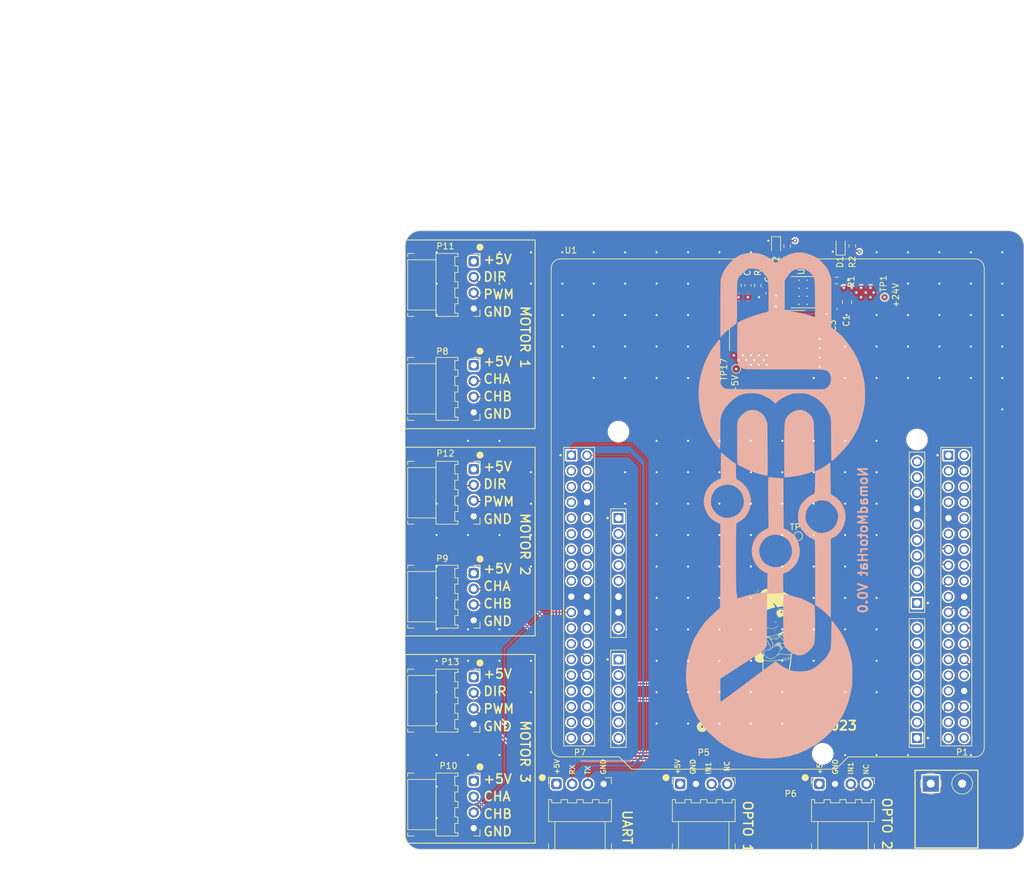
<source format=kicad_pcb>
(kicad_pcb (version 20221018) (generator pcbnew)
  (layers (0 "F.Cu" signal "Front") (1 "In1.Cu" power "GND") (2 "In2.Cu" power "PWR") (31 "B.Cu" signal "Back") (34 "B.Paste" user) (35 "F.Paste" user) (36 "B.SilkS" user "B.Silkscreen") (37 "F.SilkS" user "F.Silkscreen") (38 "B.Mask" user) (39 "F.Mask" user) (44 "Edge.Cuts" user))
  (net 0 "")
  (net 1 "+24V")
  (net 2 "GND")
  (net 3 "Net-(U2-SS)")
  (net 4 "Net-(U2-BOOT)")
  (net 5 "Net-(D3-K)")
  (net 6 "+5V")
  (net 7 "Net-(U2-FB)")
  (net 8 "Net-(D1-A)")
  (net 9 "Net-(D2-A)")
  (net 10 "/OC_IN_1")
  (net 12 "/OC_IN_2")
  (net 14 "/USART3_RX")
  (net 15 "/USART3_TX")
  (net 16 "/ENC1_PHA")
  (net 17 "/ENC1_PHB")
  (net 18 "/ENC2_PHA")
  (net 19 "/ENC2_PHB")
  (net 20 "/ENC3_PHA")
  (net 21 "/ENC3_PHB")
  (net 22 "/PWM_DIR_1")
  (net 23 "/PWM_CH_1")
  (net 24 "/PWM_DIR_2")
  (net 25 "/PWM_CH_2")
  (net 26 "/PWM_DIR_3")
  (net 27 "/PWM_CH_3")
  (net 28 "Net-(U2-SYNC)")
  (footprint "LED_SMD:LED_0603_1608Metric" (layer "F.Cu") (at 135.89 39.4575 90)
    (fp_text reference "D1")
    (fp_text value "RED")
  )
  (footprint "TestPoint:TestPoint_Pad_D1.0mm" (layer "F.Cu") (at 143.002 47.752 180)
    (fp_text reference "TP1")
    (fp_text value "+24V")
  )
  (footprint "Resistor_SMD:R_0603_1608Metric" (layer "F.Cu") (at 135.216 45.04)
    (fp_text reference "R1")
    (fp_text value "45K3")
  )
  (footprint "CustomConnectors:X9254WR-04-N0SN" (layer "F.Cu") (at 113.762 126.428)
    (fp_text reference "P5")
    (fp_text value "X9254WR-04-N0SN")
  )
  (footprint "dora_logos:dora_20x13" (layer "F.Cu") (at 124.5 104)
    (fp_text reference "@Alejo2313, May 2023")
    (fp_text value "LOGO" hide)
  )
  (footprint "SwitchingRegulators:VREG_LM5017MR_NOPB" (layer "F.Cu") (at 129.816 46.94 180)
    (fp_text reference "U2")
    (fp_text value "LMR16030SDDAR")
  )
  (footprint "Resistor_SMD:R_0603_1608Metric" (layer "F.Cu") (at 119.316 45.84 90)
    (fp_text reference "R4")
    (fp_text value "68K")
  )
  (footprint "CustomConnectors:X9254WR-04-N0SN" (layer "F.Cu") (at 76.572 45.762 -90)
    (fp_text reference "P11")
    (fp_text value "X9254WR-04-N0SN")
  )
  (footprint "PluggableTerminalBLock:MX2EDGR-5.08-GN01-02P-Cu-A" (layer "F.Cu") (at 153 126.3795)
    (fp_text reference "P1")
    (fp_text value "TB_1x2_5.08mm_RA")
  )
  (footprint "Capacitor_SMD:C_0603_1608Metric" (layer "F.Cu") (at 120.916 45.84 90)
    (fp_text reference "C4")
    (fp_text value "390pF")
  )
  (footprint "CustomConnectors:X9254WR-04-N0SN" (layer "F.Cu") (at 76.572 96.162 -90)
    (fp_text reference "P9")
    (fp_text value "X9254WR-04-N0SN")
  )
  (footprint "CustomConnectors:X9254WR-04-N0SN" (layer "F.Cu") (at 76.572 62.562 -90)
    (fp_text reference "P8")
    (fp_text value "X9254WR-04-N0SN")
  )
  (footprint "Capacitor_SMD:C_2220_5650Metric" (layer "F.Cu") (at 128.316 56.64)
    (fp_text reference "C5")
    (fp_text value "68uF")
  )
  (footprint "CustomConnectors:X9254WR-04-N0SN" (layer "F.Cu") (at 76.572 129.762 -90)
    (fp_text reference "P10")
    (fp_text value "X9254WR-04-N0SN")
  )
  (footprint "CustomConnectors:X9254WR-04-N0SN" (layer "F.Cu") (at 93.762 126.428)
    (fp_text reference "P7")
    (fp_text value "X9254WR-04-N0SN")
  )
  (footprint "Capacitor_SMD:C_0603_1608Metric" (layer "F.Cu") (at 124.316 47.115 -90)
    (fp_text reference "C2")
    (fp_text value "15nF")
  )
  (footprint "TestPoint:TestPoint_Pad_D1.0mm" (layer "F.Cu") (at 119.016 59.34 -90)
    (fp_text reference "TP17")
    (fp_text value "+5V")
  )
  (footprint "Resistor_SMD:R_0603_1608Metric" (layer "F.Cu") (at 122.516 45.84 -90)
    (fp_text reference "R5")
    (fp_text value "12K")
  )
  (footprint "CustomConnectors:X9254WR-04-N0SN" (layer "F.Cu") (at 76.572 112.962 -90)
    (fp_text reference "P13")
    (fp_text value "X9254WR-04-N0SN")
  )
  (footprint "Resistor_SMD:R_0603_1608Metric" (layer "F.Cu") (at 137.79 39.4575 90)
    (fp_text reference "R2")
    (fp_text value "4K7")
  )
  (footprint "Capacitor_SMD:C_0603_1608Metric" (layer "F.Cu") (at 134.816 49.64 -90)
    (fp_text reference "C3")
    (fp_text value "100nF")
  )
  (footprint "Resistor_SMD:R_0603_1608Metric" (layer "F.Cu") (at 127.254 39.4575 -90)
    (fp_text reference "R3")
    (fp_text value "1K")
  )
  (footprint "CustomConnectors:X9254WR-04-N0SN" (layer "F.Cu") (at 76.572 79.362 -90)
    (fp_text reference "P12")
    (fp_text value "X9254WR-04-N0SN")
  )
  (footprint "CustomConnectors:X9254WR-04-N0SN" (layer "F.Cu") (at 136.262 126.428)
    (fp_text reference "P6")
    (fp_text value "X9254WR-04-N0SN")
  )
  (footprint "modules:MODULE_NUCLEO-F446RE" (layer "F.Cu") (at 124.106 82.802)
    (fp_text reference "U1")
    (fp_text value "NUCLEO-F446RE")
  )
  (footprint "Capacitor_SMD:C_0805_2012Metric" (layer "F.Cu") (at 136.916 48.54 -90)
    (fp_text reference "C1")
    (fp_text value "4.7uF")
  )
  (footprint "Inductor_SMD:L_Taiyo-Yuden_NR-60xx" (layer "F.Cu") (at 121.016 53.24 -90)
    (fp_text reference "L1")
    (fp_text value "6.8uH")
  )
  (footprint "LED_SMD:LED_0603_1608Metric" (layer "F.Cu") (at 125.454 39.4575 -90)
    (fp_text reference "D2")
    (fp_text value "GREEN")
  )
  (footprint "Diode_SMD:D_SMA" (layer "F.Cu") (at 128.116 51.54)
    (fp_text reference "D3")
    (fp_text value "B340A-13-F")
  )
  (footprint "TestPoint:TestPoint_Pad_D1.0mm" (layer "F.Cu") (at 129.032 86.36)
    (fp_text reference "TP4")
    (fp_text value "+5V_TP")
  )
  (footprint "logos:robolabo_87x33" (layer "B.Cu") (at 125.5 80 90)
    (fp_text reference "NomadMotorHat V0.0")
    (fp_text value "LOGO" hide)
  )
  (gr_rect (start 65.5 38.5) (end 86.5 69) (stroke (width 0.1524)) (fill none) (layer "F.SilkS"))
  (gr_rect (start 65.5 72) (end 86.5 102.5) (stroke (width 0.1524)) (fill none) (layer "F.SilkS"))
  (gr_rect (start 65.5 105.5) (end 86.5 136) (stroke (width 0.1524)) (fill none) (layer "F.SilkS"))
  (gr_line (start 67.848903 136.997928) (end 67.548913 136.961503) (stroke (width 0.1)) (layer "Edge.Cuts"))
  (gr_line (start 68 37) (end 163 37) (stroke (width 0.1)) (layer "Edge.Cuts"))
  (gr_line (start 66.230537 37.730537) (end 66.456723 37.530153) (stroke (width 0.1)) (layer "Edge.Cuts"))
  (gr_line (start 66.456723 37.530153) (end 66.705414 37.358494) (stroke (width 0.1)) (layer "Edge.Cuts"))
  (gr_line (start 65.610817 135.2445) (end 65.538497 134.951087) (stroke (width 0.1)) (layer "Edge.Cuts"))
  (gr_line (start 66.456665 136.469922) (end 66.23047 136.26953) (stroke (width 0.1)) (layer "Edge.Cuts"))
  (gr_line (start 66.030078 136.043335) (end 65.858413 135.794635) (stroke (width 0.1)) (layer "Edge.Cuts"))
  (gr_line (start 66.972983 37.218063) (end 67.255529 37.110907) (stroke (width 0.1)) (layer "Edge.Cuts"))
  (gr_line (start 66.030153 37.956723) (end 66.230537 37.730537) (stroke (width 0.1)) (layer "Edge.Cuts"))
  (gr_line (start 65.717976 135.527056) (end 65.610817 135.2445) (stroke (width 0.1)) (layer "Edge.Cuts"))
  (gr_line (start 65.718063 38.472983) (end 65.858494 38.205414) (stroke (width 0.1)) (layer "Edge.Cuts"))
  (gr_line (start 67.255529 37.110907) (end 67.54893 37.038591) (stroke (width 0.1)) (layer "Edge.Cuts"))
  (gr_line (start 65.502072 134.651097) (end 65.5 134.5) (stroke (width 0.1)) (layer "Edge.Cuts"))
  (gr_line (start 165.5 134.5) (end 165.5 39.5) (stroke (width 0.1)) (layer "Edge.Cuts"))
  (gr_line (start 65.538497 134.951087) (end 65.502072 134.651097) (stroke (width 0.1)) (layer "Edge.Cuts"))
  (gr_line (start 68 137) (end 163 137) (stroke (width 0.1)) (layer "Edge.Cuts"))
  (gr_line (start 65.538591 39.04893) (end 65.610907 38.755529) (stroke (width 0.1)) (layer "Edge.Cuts"))
  (gr_line (start 67.848909 37.002166) (end 68 37) (stroke (width 0.1)) (layer "Edge.Cuts"))
  (gr_arc (start 165.5 134.5) (mid 164.767767 136.267767) (end 163 137) (stroke (width 0.1)) (layer "Edge.Cuts"))
  (gr_line (start 66.972944 136.782024) (end 66.705365 136.641587) (stroke (width 0.1)) (layer "Edge.Cuts"))
  (gr_line (start 67.548913 136.961503) (end 67.2555 136.889183) (stroke (width 0.1)) (layer "Edge.Cuts"))
  (gr_line (start 66.705365 136.641587) (end 66.456665 136.469922) (stroke (width 0.1)) (layer "Edge.Cuts"))
  (gr_line (start 65.858413 135.794635) (end 65.717976 135.527056) (stroke (width 0.1)) (layer "Edge.Cuts"))
  (gr_line (start 65.610907 38.755529) (end 65.718063 38.472983) (stroke (width 0.1)) (layer "Edge.Cuts"))
  (gr_line (start 65.502166 39.348909) (end 65.538591 39.04893) (stroke (width 0.1)) (layer "Edge.Cuts"))
  (gr_line (start 65.858494 38.205414) (end 66.030153 37.956723) (stroke (width 0.1)) (layer "Edge.Cuts"))
  (gr_line (start 67.54893 37.038591) (end 67.848909 37.002166) (stroke (width 0.1)) (layer "Edge.Cuts"))
  (gr_arc (start 163 37) (mid 164.767767 37.732233) (end 165.5 39.5) (stroke (width 0.1)) (layer "Edge.Cuts"))
  (gr_line (start 65.5 134.5) (end 65.5 39.5) (stroke (width 0.1)) (layer "Edge.Cuts"))
  (gr_line (start 66.705414 37.358494) (end 66.972983 37.218063) (stroke (width 0.1)) (layer "Edge.Cuts"))
  (gr_line (start 65.5 39.5) (end 65.502166 39.348909) (stroke (width 0.1)) (layer "Edge.Cuts"))
  (gr_line (start 66.23047 136.26953) (end 66.030078 136.043335) (stroke (width 0.1)) (layer "Edge.Cuts"))
  (gr_line (start 68 137) (end 67.848903 136.997928) (stroke (width 0.1)) (layer "Edge.Cuts"))
  (gr_line (start 67.2555 136.889183) (end 66.972944 136.782024) (stroke (width 0.1)) (layer "Edge.Cuts"))
  (gr_text "NC" (at 140.5 125 90) (layer "F.SilkS") (effects (font (size 0.8128 0.8128) (thickness 0.1524) bold) (justify left bottom)))
  (gr_text "GND" (at 112.5 125 90) (layer "F.SilkS") (effects (font (size 0.8128 0.8128) (thickness 0.1524) bold) (justify left bottom)))
  (gr_text "+5V" (at 78 42.5) (layer "F.SilkS") (effects (font (size 1.5 1.5) (thickness 0.25) bold) (justify left bottom)))
  (gr_text "MOTOR 3" (at 84 116 270) (layer "F.SilkS") (effects (font (size 1.5 1.5) (thickness 0.25) bold) (justify left bottom)))
  (gr_text "RX" (at 93 125 90) (layer "F.SilkS") (effects (font (size 0.8128 0.8128) (thickness 0.1524) bold) (justify left bottom)))
  (gr_text "+5V" (at 110 125 90) (layer "F.SilkS") (effects (font (size 0.8128 0.8128) (thickness 0.1524) bold) (justify left bottom)))
  (gr_text "+5V" (at 78 92.5) (layer "F.SilkS") (effects (font (size 1.5 1.5) (thickness 0.25) bold) (justify left bottom)))
  (gr_text "GND" (at 78 51) (layer "F.SilkS") (effects (font (size 1.5 1.5) (thickness 0.25) bold) (justify left bottom)))
  (gr_text "CHA" (at 78 61.833333) (layer "F.SilkS") (effects (font (size 1.5 1.5) (thickness 0.25) bold) (justify left bottom)))
  (gr_text "+5V" (at 133 125 90) (layer "F.SilkS") (effects (font (size 0.8128 0.8128) (thickness 0.1524) bold) (justify left bottom)))
  (gr_text "IN1" (at 115 125 90) (layer "F.SilkS") (effects (font (size 0.8128 0.8128) (thickness 0.1524) bold) (justify left bottom)))
  (gr_text "PWM" (at 78 115.166666) (layer "F.SilkS") (effects (font (size 1.5 1.5) (thickness 0.25) bold) (justify left bottom)))
  (gr_text "CHB" (at 78 132.166666) (layer "F.SilkS") (effects (font (size 1.5 1.5) (thickness 0.25) bold) (justify left bottom)))
  (gr_text "+5V" (at 78 126.5) (layer "F.SilkS") (effects (font (size 1.5 1.5) (thickness 0.25) bold) (justify left bottom)))
  (gr_text "MOTOR 1" (at 84 49 -90) (layer "F.SilkS") (effects (font (size 1.5 1.5) (thickness 0.25) bold) (justify left bottom)))
  (gr_text "OPTO 1" (at 120 129 270) (layer "F.SilkS") (effects (font (size 1.5 1.5) (thickness 0.25) bold) (justify left bottom)))
  (gr_text "GND" (at 78 135) (layer "F.SilkS") (effects (font (size 1.5 1.5) (thickness 0.25) bold) (justify left bottom)))
  (gr_text "TX" (at 95.5 125 90) (layer "F.SilkS") (effects (font (size 0.8128 0.8128) (thickness 0.1524) bold) (justify left bottom)))
  (gr_text "GND" (at 78 101) (layer "F.SilkS") (effects (font (size 1.5 1.5) (thickness 0.25) bold) (justify left bottom)))
  (gr_text "OPTO 2" (at 142.5 128.5 270) (layer "F.SilkS") (effects (font (size 1.5 1.5) (thickness 0.25) bold) (justify left bottom)))
  (gr_text "CHB" (at 78 98.166666) (layer "F.SilkS") (effects (font (size 1.5 1.5) (thickness 0.25) bold) (justify left bottom)))
  (gr_text "CHA" (at 78 129.333333) (layer "F.SilkS") (effects (font (size 1.5 1.5) (thickness 0.25) bold) (justify left bottom)))
  (gr_text "+5V" (at 78 109.5) (layer "F.SilkS") (effects (font (size 1.5 1.5) (thickness 0.25) bold) (justify left bottom)))
  (gr_text "GND" (at 78 118) (layer "F.SilkS") (effects (font (size 1.5 1.5) (thickness 0.25) bold) (justify left bottom)))
  (gr_text "DIR" (at 78 45.333333) (layer "F.SilkS") (effects (font (size 1.5 1.5) (thickness 0.25) bold) (justify left bottom)))
  (gr_text "GND" (at 78 84.5) (layer "F.SilkS") (effects (font (size 1.5 1.5) (thickness 0.25) bold) (justify left bottom)))
  (gr_text "PWM" (at 78 81.666666) (layer "F.SilkS") (effects (font (size 1.5 1.5) (thickness 0.25) bold) (justify left bottom)))
  (gr_text "GND" (at 98 125 90) (layer "F.SilkS") (effects (font (size 0.8128 0.8128) (thickness 0.1524) bold) (justify left bottom)))
  (gr_text "+5V" (at 90.5 125 90) (layer "F.SilkS") (effects (font (size 0.8128 0.8128) (thickness 0.1524) bold) (justify left bottom)))
  (gr_text "CHA" (at 78 95.333333) (layer "F.SilkS") (effects (font (size 1.5 1.5) (thickness 0.25) bold) (justify left bottom)))
  (gr_text "GND" (at 135.5 125 90) (layer "F.SilkS") (effects (font (size 0.8128 0.8128) (thickness 0.1524) bold) (justify left bottom)))
  (gr_text "GND" (at 78 67.5) (layer "F.SilkS") (effects (font (size 1.5 1.5) (thickness 0.25) bold) (justify left bottom)))
  (gr_text "PWM" (at 78 48.166666) (layer "F.SilkS") (effects (font (size 1.5 1.5) (thickness 0.25) bold) (justify left bottom)))
  (gr_text "MOTOR 2" (at 84 82.5 270) (layer "F.SilkS") (effects (font (size 1.5 1.5) (thickness 0.25) bold) (justify left bottom)))
  (gr_text "UART" (at 100.5 130.5 270) (layer "F.SilkS") (effects (font (size 1.5 1.5) (thickness 0.25) bold) (justify left bottom)))
  (gr_text "DIR" (at 78 78.833333) (layer "F.SilkS") (effects (font (size 1.5 1.5) (thickness 0.25) bold) (justify left bottom)))
  (gr_text "CHB" (at 78 64.666666) (layer "F.SilkS") (effects (font (size 1.5 1.5) (thickness 0.25) bold) (justify left bottom)))
  (gr_text "IN1" (at 138 125 90) (layer "F.SilkS") (effects (font (size 0.8128 0.8128) (thickness 0.1524) bold) (justify left bottom)))
  (gr_text "NC" (at 118 124.5 90) (layer "F.SilkS") (effects (font (size 0.8128 0.8128) (thickness 0.1524) bold) (justify left bottom)))
  (gr_text "+5V" (at 78 59) (layer "F.SilkS") (effects (font (size 1.5 1.5) (thickness 0.25) bold) (justify left bottom)))
  (gr_text "DIR" (at 78 112.333333) (layer "F.SilkS") (effects (font (size 1.5 1.5) (thickness 0.25) bold) (justify left bottom)))
  (gr_text "+5V" (at 78 76) (layer "F.SilkS") (effects (font (size 1.5 1.5) (thickness 0.25) bold) (justify left bottom)))
  (segment (start 138.8345 40.2825) (end 138.938 40.386) (width 0.254) (layer "F.Cu") (net 1))
  (segment (start 137.79 40.2825) (end 138.8345 40.2825) (width 0.254) (layer "F.Cu") (net 1))
  (via (at 139.954 46.99) (size 0.6858) (drill 0.3302) (layers "F.Cu" "B.Cu") (net 1))
  (via (at 139.192 47.752) (size 0.6858) (drill 0.3302) (layers "F.Cu" "B.Cu") (net 1))
  (via (at 140.716 46.228) (size 0.6858) (drill 0.3302) (layers "F.Cu" "B.Cu") (net 1))
  (via (at 139.192 46.228) (size 0.6858) (drill 0.3302) (layers "F.Cu" "B.Cu") (net 1))
  (via (at 143.002 47.752) (size 0.6858) (drill 0.3302) (layers "F.Cu" "B.Cu") (net 1))
  (via (at 141.224 46.99) (size 0.6858) (drill 0.3302) (layers "F.Cu" "B.Cu") (net 1))
  (via (at 138.43 46.99) (size 0.6858) (drill 0.3302) (layers "F.Cu" "B.Cu") (net 1))
  (via (at 137.668 46.228) (size 0.6858) (drill 0.3302) (layers "F.Cu" "B.Cu") (net 1))
  (via (at 136.398 46.228) (size 0.6858) (drill 0.3302) (layers "F.Cu" "B.Cu") (net 1))
  (via (at 138.938 40.386) (size 0.6858) (drill 0.3302) (layers "F.Cu" "B.Cu") (net 1))
  (via (at 140.716 47.752) (size 0.6858) (drill 0.3302) (layers "F.Cu" "B.Cu") (net 1))
  (via (at 116.3 40.48) (size 0.6858) (drill 0.3302) (layers "F.Cu" "B.Cu") (net 2))
  (via (at 85.82 91.28) (size 0.6858) (drill 0.3302) (layers "F.Cu" "B.Cu") (net 2))
  (via (at 101.06 40.48) (size 0.6858) (drill 0.3302) (layers "F.Cu" "B.Cu") (net 2))
  (via (at 131.54 70.96) (size 0.6858) (drill 0.3302) (layers "F.Cu" "B.Cu") (net 2))
  (via (at 141.7 106.52) (size 0.6858) (drill 0.3302) (layers "F.Cu" "B.Cu") (net 2))
  (via (at 116.3 70.96) (size 0.6858) (drill 0.3302) (layers "F.Cu" "B.Cu") (net 2))
  (via (at 146.78 60.8) (size 0.6858) (drill 0.3302) (layers "F.Cu" "B.Cu") (net 2))
  (via (at 126.46 70.96) (size 0.6858) (drill 0.3302) (layers "F.Cu" "B.Cu") (net 2))
  (via (at 106.14 116.68) (size 0.6858) (drill 0.3302) (layers "F.Cu" "B.Cu") (net 2))
  (via (at 90.9 45.56) (size 0.6858) (drill 0.3302) (layers "F.Cu" "B.Cu") (net 2))
  (via (at 126.46 116.68) (size 0.6858) (drill 0.3302) (layers "F.Cu" "B.Cu") (net 2))
  (via (at 132.5 57.5) (size 0.6858) (drill 0.3302) (layers "F.Cu" "B.Cu") (net 2))
  (via (at 111.22 60.8) (size 0.6858) (drill 0.3302) (layers "F.Cu" "B.Cu") (net 2))
  (via (at 106.14 45.56) (size 0.6858) (drill 0.3302) (layers "F.Cu" "B.Cu") (net 2))
  (via (at 134.62 40.386) (size 0.6858) (drill 0.3302) (layers "F.Cu" "B.Cu") (net 2))
  (via (at 141.7 81.12) (size 0.6858) (drill 0.3302) (layers "F.Cu" "B.Cu") (net 2))
  (via (at 141.7 86.2) (size 0.6858) (drill 0.3302) (layers "F.Cu" "B.Cu") (net 2))
  (via (at 70.58 131.92) (size 0.6858) (drill 0.3302) (layers "F.Cu" "B.Cu") (net 2))
  (via (at 141.7 111.6) (size 0.6858) (drill 0.3302) (layers "F.Cu" "B.Cu") (net 2))
  (via (at 132.5 54.5) (size 0.6858) (drill 0.3302) (layers "F.Cu" "B.Cu") (net 2))
  (via (at 111.22 50.64) (size 0.6858) (drill 0.3302) (layers "F.Cu" "B.Cu") (net 2))
  (via (at 106.14 91.28) (size 0.6858) (drill 0.3302) (layers "F.Cu" "B.Cu") (net 2))
  (via (at 70.58 101.44) (size 0.6858) (drill 0.3302) (layers "F.Cu" "B.Cu") (net 2))
  (via (at 80.74 40.48) (size 0.6858) (drill 0.3302) (layers "F.Cu" "B.Cu") (net 2))
  (via (at 80.74 81.12) (size 0.6858) (drill 0.3302) (layers "F.Cu" "B.Cu") (net 2))
  (via (at 101.06 55.72) (size 0.6858) (drill 0.3302) (layers "F.Cu" "B.Cu") (net 2))
  (via (at 111.22 86.2) (size 0.6858) (drill 0.3302) (layers "F.Cu" "B.Cu") (net 2))
  (via (at 106.14 106.52) (size 0.6858) (drill 0.3302) (layers "F.Cu" "B.Cu") (net 2))
  (via (at 90.9 50.64) (size 0.6858) (drill 0.3302) (layers "F.Cu" "B.Cu") (net 2))
  (via (at 101.06 45.56) (size 0.6858) (drill 0.3302) (layers "F.Cu" "B.Cu") (net 2))
  (via (at 121.38 116.68) (size 0.6858) (drill 0.3302) (layers "F.Cu" "B.Cu") (net 2))
  (via (at 106.14 86.2) (size 0.6858) (drill 0.3302) (layers "F.Cu" "B.Cu") (net 2))
  (via (at 101.06 81.12) (size 0.6858) (drill 0.3302) (layers "F.Cu" "B.Cu") (net 2))
  (via (at 136.62 111.6) (size 0.6858) (drill 0.3302) (layers "F.Cu" "B.Cu") (net 2))
  (via (at 80.74 111.6) (size 0.6858) (drill 0.3302) (layers "F.Cu" "B.Cu") (net 2))
  (via (at 126.46 106.52) (size 0.6858) (drill 0.3302) (layers "F.Cu" "B.Cu") (net 2))
  (via (at 90.9 40.48) (size 0.6858) (drill 0.3302) (layers "F.Cu" "B.Cu") (net 2))
  (via (at 151.86 45.56) (size 0.6858) (drill 0.3302) (layers "F.Cu" "B.Cu") (net 2))
  (via (at 146.78 45.56) (size 0.6858) (drill 0.3302) (layers "F.Cu" "B.Cu") (net 2))
  (via (at 85.82 116.68) (size 0.6858) (drill 0.3302) (layers "F.Cu" "B.Cu") (net 2))
  (via (at 121.38 70.96) (size 0.6858) (drill 0.3302) (layers "F.Cu" "B.Cu") (net 2))
  (via (at 162.02 60.8) (size 0.6858) (drill 0.3302) (layers "F.Cu" "B.Cu") (net 2))
  (via (at 136.62 81.12) (size 0.6858) (drill 0.3302) (layers "F.Cu" "B.Cu") (net 2))
  (via (at 131.54 106.52) (size 0.6858) (drill 0.3302) (layers "F.Cu" "B.Cu") (net 2))
  (via (at 126.46 76.04) (size 0.6858) (drill 0.3302) (layers "F.Cu" "B.Cu") (net 2))
  (via (at 80.74 101.44) (size 0.6858) (drill 0.3302) (layers "F.Cu" "B.Cu") (net 2))
  (via (at 122.7 47.75) (size 0.6858) (drill 0.3302) (layers "F.Cu" "B.Cu") (net 2))
  (via (at 70.58 40.48) (size 0.6858) (drill 0.3302) (layers "F.Cu" "B.Cu") (net 2))
  (via (at 136.62 91.28) (size 0.6858) (drill 0.3302) (layers "F.Cu" "B.Cu") (net 2))
  (via (at 162.02 65.88) (size 0.6858) (drill 0.3302) (layers "F.Cu" "B.Cu") (net 2))
  (via (at 95.98 60.8) (size 0.6858) (drill 0.3302) (layers "F.Cu" "B.Cu") (net 2))
  (via (at 141.7 70.96) (size 0.6858) (drill 0.3302) (layers "F.Cu" "B.Cu") (net 2))
  (via (at 131.54 96.36) (size 0.6858) (drill 0.3302) (layers "F.Cu" "B.Cu") (net 2))
  (via (at 70.58 111.6) (size 0.6858) (drill 0.3302) (layers "F.Cu" "B.Cu") (net 2))
  (via (at 70.58 116.68) (size 0.6858) (drill 0.3302) (layers "F.Cu" "B.Cu") (net 2))
  (via (at 126.46 101.44) (size 0.6858) (drill 0.3302) (layers "F.Cu" "B.Cu") (net 2))
  (via (at 106.14 55.72) (size 0.6858) (drill 0.3302) (layers "F.Cu" "B.Cu") (net 2))
  (via (at 156.94 60.8) (size 0.6858) (drill 0.3302) (layers "F.Cu" "B.Cu") (net 2))
  (via (at 136.62 60.8) (size 0.6858) (drill 0.3302) (layers "F.Cu" "B.Cu") (net 2))
  (via (at 136.62 86.2) (size 0.6858) (drill 0.3302) (layers "F.Cu" "B.Cu") (net 2))
  (via (at 85.82 81.12) (size 0.6858) (drill 0.3302) (layers "F.Cu" "B.Cu") (net 2))
  (via (at 131.54 60.8) (size 0.6858) (drill 0.3302) (layers "F.Cu" "B.Cu") (net 2))
  (via (at 116.3 96.36) (size 0.6858) (drill 0.3302) (layers "F.Cu" "B.Cu") (net 2))
  (via (at 136.62 76.04) (size 0.6858) (drill 0.3302) (layers "F.Cu" "B.Cu") (net 2))
  (via (at 116.3 76.04) (size 0.6858) (drill 0.3302) (layers "F.Cu" "B.Cu") (net 2))
  (via (at 126.46 86.2) (size 0.6858) (drill 0.3302) (layers "F.Cu" "B.Cu") (net 2))
  (via (at 111.22 40.48) (size 0.6858) (drill 0.3302) (layers "F.Cu" "B.Cu") (net 2))
  (via (at 95.98 55.72) (size 0.6858) (drill 0.3302) (layers "F.Cu" "B.Cu") (net 2))
  (via (at 80.74 91.28) (size 0.6858) (drill 0.3302) (layers "F.Cu" "B.Cu") (net 2))
  (via (at 116.3 116.68) (size 0.6858) (drill 0.3302) (layers "F.Cu" "B.Cu") (net 2))
  (via (at 156.94 121.76) (size 0.6858) (drill 0.3302) (layers "F.Cu" "B.Cu") (net 2))
  (via (at 156.94 40.48) (size 0.6858) (drill 0.3302) (layers "F.Cu" "B.Cu") (net 2))
  (via (at 70.58 106.52) (size 0.6858) (drill 0.3302) (layers "F.Cu" "B.Cu") (net 2))
  (via (at 121.38 76.04) (size 0.6858) (drill 0.3302) (layers "F.Cu" "B.Cu") (net 2))
  (via (at 162.02 45.56) (size 0.6858) (drill 0.3302) (layers "F.Cu" "B.Cu") (net 2))
  (via (at 162.02 40.48) (size 0.6858) (drill 0.3302) (layers "F.Cu" "B.Cu") (net 2))
  (via (at 137.1 45) (size 0.6858) (drill 0.3302) (layers "F.Cu" "B.Cu") (net 2))
  (via (at 136.85 50.65) (size 0.6858) (drill 0.3302) (layers "F.Cu" "B.Cu") (net 2))
  (via (at 80.74 70.96) (size 0.6858) (drill 0.3302) (layers "F.Cu" "B.Cu") (net 2))
  (via (at 80.74 76.04) (size 0.6858) (drill 0.3302) (layers "F.Cu" "B.Cu") (net 2))
  (via (at 131.54 86.2) (size 0.6858) (drill 0.3302) (layers "F.Cu" "B.Cu") (net 2))
  (via (at 126.46 111.6) (size 0.6858) (drill 0.3302) (layers "F.Cu" "B.Cu") (net 2))
  (via (at 70.58 86.2) (size 0.6858) (drill 0.3302) (layers "F.Cu" "B.Cu") (net 2))
  (via (at 95.98 50.64) (size 0.6858) (drill 0.3302) (layers "F.Cu" "B.Cu") (net 2))
  (via (at 162.02 50.64) (size 0.6858) (drill 0.3302) (layers "F.Cu" "B.Cu") (net 2))
  (via (at 75.66 106.52) (size 0.6858) (drill 0.3302) (layers "F.Cu" "B.Cu") (net 2))
  (via (at 116.3 86.2) (size 0.6858) (drill 0.3302) (layers "F.Cu" "B.Cu") (net 2))
  (via (at 156.94 55.72) (size 0.6858) (drill 0.3302) (layers "F.Cu" "B.Cu") (net 2))
  (via (at 85.82 45.56) (size 0.6858) (drill 0.3302) (layers "F.Cu" "B.Cu") (net 2))
  (via (at 80.74 121.76) (size 0.6858) (drill 0.3302) (layers "F.Cu" "B.Cu") (net 2))
  (via (at 146.78 50.64) (size 0.6858) (drill 0.3302) (layers "F.Cu" "B.Cu") (net 2))
  (via (at 121.38 91.28) (size 0.6858) (drill 0.3302) (layers "F.Cu" "B.Cu") (net 2))
  (via (at 106.14 60.8) (size 0.6858) (drill 0.3302) (layers "F.Cu" "B.Cu") (net 2))
  (via (at 106.14 76.04) (size 0.6858) (drill 0.3302) (layers "F.Cu" "B.Cu") (net 2))
  (via (at 141.7 40.48) (size 0.6858) (drill 0.3302) (layers "F.Cu" "B.Cu") (net 2))
  (via (at 136.62 121.76) (size 0.6858) (drill 0.3302) (layers "F.Cu" "B.Cu") (net 2))
  (via (at 111.22 55.72) (size 0.6858) (drill 0.3302) (layers "F.Cu" "B.Cu") (net 2))
  (via (at 141.7 76.04) (size 0.6858) (drill 0.3302) (layers "F.Cu" "B.Cu") (net 2))
  (via (at 80.74 86.2) (size 0.6858) (drill 0.3302) (layers "F.Cu" "B.Cu") (net 2))
  (via (at 111.22 91.28) (size 0.6858) (drill 0.3302) (layers "F.Cu" "B.Cu") (net 2))
  (via (at 106.14 96.36) (size 0.6858) (drill 0.3302) (layers "F.Cu" "B.Cu") (net 2))
  (via (at 121.38 96.36) (size 0.6858) (drill 0.3302) (layers "F.Cu" "B.Cu") (net 2))
  (via (at 136.62 101.44) (size 0.6858) (drill 0.3302) (layers "F.Cu" "B.Cu") (net 2))
  (via (at 162.02 55.72) (size 0.6858) (drill 0.3302) (layers "F.Cu" "B.Cu") (net 2))
  (via (at 116.3 101.44) (size 0.6858) (drill 0.3302) (layers "F.Cu" "B.Cu") (net 2))
  (via (at 106.14 101.44) (size 0.6858) (drill 0.3302) (layers "F.Cu" "B.Cu") (net 2))
  (via (at 85.82 111.6) (size 0.6858) (drill 0.3302) (layers "F.Cu" "B.Cu") (net 2))
  (via (at 111.22 76.04) (size 0.6858) (drill 0.3302) (layers "F.Cu" "B.Cu") (net 2))
  (via (at 151.86 40.48) (size 0.6858) (drill 0.3302) (layers "F.Cu" "B.Cu") (net 2))
  (via (at 70.58 91.28) (size 0.6858) (drill 0.3302) (layers "F.Cu" "B.Cu") (net 2))
  (via (at 151.86 60.8) (size 0.6858) (drill 0.3302) (layers "F.Cu" "B.Cu") (net 2))
  (via (at 141.7 121.76) (size 0.6858) (drill 0.3302) (layers "F.Cu" "B.Cu") (net 2))
  (via (at 85.82 76.04) (size 0.6858) (drill 0.3302) (layers "F.Cu" "B.Cu") (net 2))
  (via (at 126.46 96.36) (size 0.6858) (drill 0.3302) (layers "F.Cu" "B.Cu") (net 2))
  (via (at 141.7 50.64) (size 0.6858) (drill 0.3302) (layers "F.Cu" "B.Cu") (net 2))
  (via (at 136.62 70.96) (size 0.6858) (drill 0.3302) (layers "F.Cu" "B.Cu") (net 2))
  (via (at 116.3 91.28) (size 0.6858) (drill 0.3302) (layers "F.Cu" "B.Cu") (net 2))
  (via (at 151.86 55.72) (size 0.6858) (drill 0.3302) (layers "F.Cu" "B.Cu") (net 2))
  (via (at 101.06 76.04) (size 0.6858) (drill 0.3302) (layers "F.Cu" "B.Cu") (net 2))
  (via (at 111.22 106.52) (size 0.6858) (drill 0.3302) (layers "F.Cu" "B.Cu") (net 2))
  (via (at 146.78 40.48) (size 0.6858) (drill 0.3302) (layers "F.Cu" "B.Cu") (net 2))
  (via (at 80.74 45.56) (size 0.6858) (drill 0.3302) (layers "F.Cu" "B.Cu") (net 2))
  (via (at 111.22 101.44) (size 0.6858) (drill 0.3302) (layers "F.Cu" "B.Cu") (net 2))
  (via (at 131.54 91.28) (size 0.6858) (drill 0.3302) (layers "F.Cu" "B.Cu") (net 2))
  (via (at 136.62 96.36) (size 0.6858) (drill 0.3302) (layers "F.Cu" "B.Cu") (net 2))
  (via (at 70.58 50.64) (size 0.6858) (drill 0.3302) (layers "F.Cu" "B.Cu") (net 2))
  (via (at 116.3 81.12) (size 0.6858) (drill 0.3302) (layers "F.Cu" "B.Cu") (net 2))
  (via (at 95.98 40.48) (size 0.6858) (drill 0.3302) (layers "F.Cu" "B.Cu") (net 2))
  (via (at 90.9 55.72) (size 0.6858) (drill 0.3302) (layers "F.Cu" "B.Cu") (net 2))
  (via (at 121.38 86.2) (size 0.6858) (drill 0.3302) (layers "F.Cu" "B.Cu") (net 2))
  (via (at 132.5 59) (size 0.6858) (drill 0.3302) (layers "F.Cu" "B.Cu") (net 2))
  (via (at 75.66 121.76) (size 0.6858) (drill 0.3302) (layers "F.Cu" "B.Cu") (net 2))
  (via (at 70.58 96.36) (size 0.6858) (drill 0.3302) (layers "F.Cu" "B.Cu") (net 2))
  (via (at 101.06 60.8) (size 0.6858) (drill 0.3302) (layers "F.Cu" "B.Cu") (net 2))
  (via (at 126.46 81.12) (size 0.6858) (drill 0.3302) (layers "F.Cu" "B.Cu") (net 2))
  (via (at 111.22 116.68) (size 0.6858) (drill 0.3302) (layers "F.Cu" "B.Cu") (net 2))
  (via (at 106.14 111.6) (size 0.6858) (drill 0.3302) (layers "F.Cu" "B.Cu") (net 2))
  (via (at 111.22 45.56) (size 0.6858) (drill 0.3302) (layers "F.Cu" "B.Cu") (net 2))
  (via (at 156.94 50.64) (size 0.6858) (drill 0.3302) (layers "F.Cu" "B.Cu") (net 2))
  (via (at 121.38 40.48) (size 0.6858) (drill 0.3302) (layers "F.Cu" "B.Cu") (net 2))
  (via (at 106.14 70.96) (size 0.6858) (drill 0.3302) (layers "F.Cu" "B.Cu") (net 2))
  (via (at 125.476 47.498) (size 0.6858) (drill 0.3302) (layers "F.Cu" "B.Cu") (net 2))
  (via (at 116.3 106.52) (size 0.6858) (drill 0.3302) (layers "F.Cu" "B.Cu") (net 2))
  (via (at 141.7 55.72) (size 0.6858) (drill 0.3302) (layers "F.Cu" "B.Cu") (net 2))
  (via (at 95.98 45.56) (size 0.6858) (drill 0.3302) (layers "F.Cu" "B.Cu") (net 2))
  (via (at 121.38 111.6) (size 0.6858) (drill 0.3302) (layers "F.Cu" "B.Cu") (net 2))
  (via (at 111.22 81.12) (size 0.6858) (drill 0.3302) (layers "F.Cu" "B.Cu") (net 2))
  (via (at 75.66 70.96) (size 0.6858) (drill 0.3302) (layers "F.Cu" "B.Cu") (net 2))
  (via (at 141.7 96.36) (size 0.6858) (drill 0.3302) (layers "F.Cu" "B.Cu") (net 2))
  (via (at 70.58 45.56) (size 0.6858) (drill 0.3302) (layers "F.Cu" "B.Cu") (net 2))
  (via (at 146.78 121.76) (size 0.6858) (drill 0.3302) (layers "F.Cu" "B.Cu") (net 2))
  (via (at 85.82 40.48) (size 0.6858) (drill 0.3302) (layers "F.Cu" "B.Cu") (net 2))
  (via (at 75.66 101.44) (size 0.6858) (drill 0.3302) (layers "F.Cu" "B.Cu") (net 2))
  (via (at 70.58 121.76) (size 0.6858) (drill 0.3302) (layers "F.Cu" "B.Cu") (net 2))
  (via (at 141.7 101.44) (size 0.6858) (drill 0.3302) (layers "F.Cu" "B.Cu") (net 2))
  (via (at 131.54 101.44) (size 0.6858) (drill 0.3302) (layers "F.Cu" "B.Cu") (net 2))
  (via (at 111.22 70.96) (size 0.6858) (drill 0.3302) (layers "F.Cu" "B.Cu") (net 2))
  (via (at 75.66 86.2) (size 0.6858) (drill 0.3302) (layers "F.Cu" "B.Cu") (net 2))
  (via (at 80.74 106.52) (size 0.6858) (drill 0.3302) (layers "F.Cu" "B.Cu") (net 2))
  (via (at 70.58 126.84) (size 0.6858) (drill 0.3302) (layers "F.Cu" "B.Cu") (net 2))
  (via (at 121.38 81.12) (size 0.6858) (drill 0.3302) (layers "F.Cu" "B.Cu") (net 2))
  (via (at 111.22 96.36) (size 0.6858) (drill 0.3302) (layers "F.Cu" "B.Cu") (net 2))
  (via (at 121.38 101.44) (size 0.6858) (drill 0.3302) (layers "F.Cu" "B.Cu") (net 2))
  (via (at 101.06 50.64) (size 0.6858) (drill 0.3302) (layers "F.Cu" "B.Cu") (net 2))
  (via (at 121.38 106.52) (size 0.6858) (drill 0.3302) (layers "F.Cu" "B.Cu") (net 2))
  (via (at 126.46 91.28) (size 0.6858) (drill 0.3302) (layers "F.Cu" "B.Cu") (net 2))
  (via (at 141.7 60.8) (size 0.6858) (drill 0.3302) (layers "F.Cu" "B.Cu") (net 2))
  (via (at 124.206 38.608) (size 0.6858) (drill 0.3302) (layers "F.Cu" "B.Cu") (net 2))
  (via (at 132.5 56) (size 0.6858) (drill 0.3302) (layers "F.Cu" "B.Cu") (net 2))
  (via (at 85.82 50.64) (size 0.6858) (drill 0.3302) (layers "F.Cu" "B.Cu") (net 2))
  (via (at 106.14 81.12) (size 0.6858) (drill 0.3302) (layers "F.Cu" "B.Cu") (net 2))
  (via (at 131.54 81.12) (size 0.6858) (drill 0.3302) (layers "F.Cu" "B.Cu") (net 2))
  (via (at 146.78 55.72) (size 0.6858) (drill 0.3302) (layers "F.Cu" "B.Cu") (net 2))
  (via (at 136.62 55.72) (size 0.6858) (drill 0.3302) (layers "F.Cu" "B.Cu") (net 2))
  (via (at 116.3 111.6) (size 0.6858) (drill 0.3302) (layers "F.Cu" "B.Cu") (net 2))
  (via (at 111.22 111.6) (size 0.6858) (drill 0.3302) (layers "F.Cu" "B.Cu") (net 2))
  (via (at 106.14 40.48) (size 0.6858) (drill 0.3302) (layers "F.Cu" "B.Cu") (net 2))
  (via (at 106.14 50.64) (size 0.6858) (drill 0.3302) (layers "F.Cu" "B.Cu") (net 2))
  (via (at 85.82 86.2) (size 0.6858) (drill 0.3302) (layers "F.Cu" "B.Cu") (net 2))
  (via (at 151.86 50.64) (size 0.6858) (drill 0.3302) (layers "F.Cu" "B.Cu") (net 2))
  (via (at 156.94 45.56) (size 0.6858) (drill 0.3302) (layers "F.Cu" "B.Cu") (net 2))
  (via (at 131.54 76.04) (size 0.6858) (drill 0.3302) (layers "F.Cu" "B.Cu") (net 2))
  (via (at 70.58 81.12) (size 0.6858) (drill 0.3302) (layers "F.Cu" "B.Cu") (net 2))
  (via (at 85.82 106.52) (size 0.6858) (drill 0.3302) (layers "F.Cu" "B.Cu") (net 2))
  (segment (start 127.116 46.305) (end 124.351 46.305) (width 0.254) (layer "F.Cu") (net 3))
  (segment (start 124.351 46.305) (end 124.316 46.34) (width 0.254) (layer "F.Cu") (net 3))
  (segment (start 132.536 48.865) (end 132.516 48.845) (width 0.254) (layer "F.Cu") (net 4))
  (segment (start 134.816 48.865) (end 132.536 48.865) (width 0.254) (layer "F.Cu") (net 4))
  (segment (start 133.641 50.415) (end 133.616 50.44) (width 0.254) (layer "F.Cu") (net 5))
  (segment (start 134.816 50.415) (end 133.641 50.415) (width 0.254) (layer "F.Cu") (net 5))
  (via (at 125.416 49.24) (size 0.6858) (drill 0.3302) (layers "F.Cu" "B.Cu") (net 5))
  (via (at 133.616 50.44) (size 0.6858) (drill 0.3302) (layers "F.Cu" "B.Cu") (net 5))
  (segment (start 126.616 50.44) (end 125.416 49.24) (width 0.254) (layer "B.Cu") (net 5))
  (segment (start 133.616 50.44) (end 126.616 50.44) (width 0.254) (layer "B.Cu") (net 5))
  (segment (start 128.4995 38.6325) (end 128.524 38.608) (width 0.254) (layer "F.Cu") (net 6))
  (segment (start 127.254 38.6325) (end 128.4995 38.6325) (width 0.254) (layer "F.Cu") (net 6))
  (via (at 122.682 58.674) (size 0.6858) (drill 0.3302) (layers "F.Cu" "B.Cu") (net 6))
  (via (at 123.952 57.15) (size 0.6858) (drill 0.3302) (layers "F.Cu" "B.Cu") (net 6))
  (via (at 128.524 38.608) (size 0.6858) (drill 0.3302) (layers "F.Cu" "B.Cu") (net 6))
  (via (at 123.444 57.912) (size 0.6858) (drill 0.3302) (layers "F.Cu" "B.Cu") (net 6))
  (via (at 119 59.35) (size 0.6858) (drill 0.3302) (layers "F.Cu" "B.Cu") (net 6))
  (via (at 121.92 57.912) (size 0.6858) (drill 0.3302) (layers "F.Cu" "B.Cu") (net 6))
  (via (at 121.412 58.674) (size 0.6858) (drill 0.3302) (layers "F.Cu" "B.Cu") (net 6))
  (via (at 120.904 47.752) (size 0.6858) (drill 0.3302) (layers "F.Cu" "B.Cu") (net 6))
  (via (at 122.682 57.15) (size 0.6858) (drill 0.3302) (layers "F.Cu" "B.Cu") (net 6))
  (via (at 120.142 57.15) (size 0.6858) (drill 0.3302) (layers "F.Cu" "B.Cu") (net 6))
  (via (at 123.952 58.674) (size 0.6858) (drill 0.3302) (layers "F.Cu" "B.Cu") (net 6))
  (via (at 120.65 57.912) (size 0.6858) (drill 0.3302) (layers "F.Cu" "B.Cu") (net 6))
  (via (at 118.618 57.15) (size 0.6858) (drill 0.3302) (layers "F.Cu" "B.Cu") (net 6))
  (via (at 119.38 57.912) (size 0.6858) (drill 0.3302) (layers "F.Cu" "B.Cu") (net 6))
  (via (at 121.412 57.15) (size 0.6858) (drill 0.3302) (layers "F.Cu" "B.Cu") (net 6))
  (via (at 119.38 47.752) (size 0.6858) (drill 0.3302) (layers "F.Cu" "B.Cu") (net 6))
  (segment (start 119.336 45.035) (end 119.316 45.015) (width 0.254) (layer "F.Cu") (net 7))
  (segment (start 127.116 45.035) (end 119.336 45.035) (width 0.254) (layer "F.Cu") (net 7))
  (segment (start 135.89 38.67) (end 137.7525 38.67) (width 0.254) (layer "F.Cu") (net 8))
  (segment (start 137.7525 38.67) (end 137.79 38.6325) (width 0.254) (layer "F.Cu") (net 8))
  (segment (start 127.2165 40.245) (end 127.254 40.2825) (width 0.254) (layer "F.Cu") (net 9))
  (segment (start 125.454 40.245) (end 127.2165 40.245) (width 0.254) (layer "F.Cu") (net 9))
  (segment (start 155.856 103.772) (end 156.096 103.772) (width 0.2) (layer "F.Cu") (net 10))
  (segment (start 120.604 132) (end 123.5 132) (width 0.2) (layer "F.Cu") (net 10))
  (segment (start 156.096 103.772) (end 160.528 108.204) (width 0.2) (layer "F.Cu") (net 10))
  (segment (start 156.544 132) (end 123.5 132) (width 0.2) (layer "F.Cu") (net 10))
  (segment (start 160.528 108.204) (end 160.528 128.016) (width 0.2) (layer "F.Cu") (net 10))
  (segment (start 115.032 126.428) (end 120.604 132) (width 0.2) (layer "F.Cu") (net 10))
  (segment (start 160.528 128.016) (end 156.544 132) (width 0.2) (layer "F.Cu") (net 10))
  (segment (start 159.512 127.988) (end 159.512 109.968) (width 0.2) (layer "F.Cu") (net 12))
  (segment (start 159.512 109.968) (end 155.856 106.312) (width 0.2) (layer "F.Cu") (net 12))
  (segment (start 137.532 126.428) (end 142.104 131) (width 0.2) (layer "F.Cu") (net 12))
  (segment (start 142.104 131) (end 156.5 131) (width 0.2) (layer "F.Cu") (net 12))
  (segment (start 156.5 131) (end 159.512 127.988) (width 0.2) (layer "F.Cu") (net 12))
  (segment (start 102 123) (end 103.5 121.5) (width 0.127) (layer "B.Cu") (net 14))
  (segment (start 92.492 126.428) (end 92.492 124.508) (width 0.127) (layer "B.Cu") (net 14))
  (segment (start 92.492 124.508) (end 94 123) (width 0.127) (layer "B.Cu") (net 14))
  (segment (start 103.5 75) (end 101.792 73.292) (width 0.127) (layer "B.Cu") (net 14))
  (segment (start 101.792 73.292) (end 94.896 73.292) (width 0.127) (layer "B.Cu") (net 14))
  (segment (start 103.5 121.5) (end 103.5 75) (width 0.127) (layer "B.Cu") (net 14))
  (segment (start 94 123) (end 102 123) (width 0.127) (layer "B.Cu") (net 14))
  (segment (start 93 71.5) (end 92.356 72.144) (width 0.127) (layer "B.Cu") (net 15))
  (segment (start 95.032 126.428) (end 95.032 124.968) (width 0.127) (layer "B.Cu") (net 15))
  (segment (start 95.032 124.968) (end 96 124) (width 0.127) (layer "B.Cu") (net 15))
  (segment (start 102 71.5) (end 93 71.5) (width 0.127) (layer "B.Cu") (net 15))
  (segment (start 92.356 72.144) (end 92.356 73.292) (width 0.127) (layer "B.Cu") (net 15))
  (segment (start 104.5 74) (end 102 71.5) (width 0.127) (layer "B.Cu") (net 15))
  (segment (start 96 124) (end 102.5 124) (width 0.127) (layer "B.Cu") (net 15))
  (segment (start 102.5 124) (end 104.5 122) (width 0.127) (layer "B.Cu") (net 15))
  (segment (start 104.5 122) (end 104.5 74) (width 0.127) (layer "B.Cu") (net 15))
  (segment (start 94.896 106.312) (end 93.74 105.156) (width 0.2) (layer "F.Cu") (net 16))
  (segment (start 82.12 61.292) (end 76.572 61.292) (width 0.2) (layer "F.Cu") (net 16))
  (segment (start 90.424 104.648) (end 90.424 69.596) (width 0.2) (layer "F.Cu") (net 16))
  (segment (start 93.74 105.156) (end 90.932 105.156) (width 0.2) (layer "F.Cu") (net 16))
  (segment (start 90.932 105.156) (end 90.424 104.648) (width 0.2) (layer "F.Cu") (net 16))
  (segment (start 90.424 69.596) (end 82.12 61.292) (width 0.2) (layer "F.Cu") (net 16))
  (segment (start 94.896 108.852) (end 94.628 108.852) (width 0.2) (layer "F.Cu") (net 17))
  (segment (start 89.408 73.66) (end 79.58 63.832) (width 0.2) (layer "F.Cu") (net 17))
  (segment (start 94.628 108.852) (end 93.472 107.696) (width 0.2) (layer "F.Cu") (net 17))
  (segment (start 89.408 106.68) (end 89.408 82.296) (width 0.2) (layer "F.Cu") (net 17))
  (segment (start 89.408 82.296) (end 89.408 73.66) (width 0.2) (layer "F.Cu") (net 17))
  (segment (start 79.58 63.832) (end 76.572 63.832) (width 0.2) (layer "F.Cu") (net 17))
  (segment (start 90.424 107.696) (end 89.916 107.188) (width 0.2) (layer "F.Cu") (net 17))
  (segment (start 90.932 107.696) (end 90.424 107.696) (width 0.2) (layer "F.Cu") (net 17))
  (segment (start 89.916 107.188) (end 89.408 106.68) (width 0.2) (layer "F.Cu") (net 17))
  (segment (start 93.472 107.696) (end 90.932 107.696) (width 0.2) (layer "F.Cu") (net 17))
  (segment (start 88.9 110.236) (end 130.556 110.236) (width 0.2) (layer "F.Cu") (net 18))
  (segment (start 76.572 94.892) (end 83.208 94.892) (width 0.2) (layer "F.Cu") (net 18))
  (segment (start 87.884 99.568) (end 87.884 109.22) (width 0.2) (layer "F.Cu") (net 18))
  (segment (start 153.176 88.392) (end 153.316 88.532) (width 0.2) (layer "F.Cu") (net 18))
  (segment (start 87.884 109.22) (end 88.9 110.236) (width 0.2) (layer "F.Cu") (net 18))
  (segment (start 130.556 110.236) (end 139.192 101.6) (width 0.2) (layer "F.Cu") (net 18))
  (segment (start 139.192 90.424) (end 141.224 88.392) (width 0.2) (layer "F.Cu") (net 18))
  (segment (start 139.192 101.6) (end 139.192 90.424) (width 0.2) (layer "F.Cu") (net 18))
  (segment (start 141.224 88.392) (end 153.176 88.392) (width 0.2) (layer "F.Cu") (net 18))
  (segment (start 83.208 94.892) (end 87.884 99.568) (width 0.2) (layer "F.Cu") (net 18))
  (segment (start 140.716 101.6) (end 140.716 92.456) (width 0.2) (layer "F.Cu") (net 19))
  (segment (start 153.176 90.932) (end 153.316 91.072) (width 0.2) (layer "F.Cu") (net 19))
  (segment (start 81.788 97.536) (end 86.868 102.616) (width 0.2) (layer "F.Cu") (net 19))
  (segment (start 76.676 97.536) (end 81.788 97.536) (width 0.2) (layer "F.Cu") (net 19))
  (segment (start 142.24 90.932) (end 153.176 90.932) (width 0.2) (layer "F.Cu") (net 19))
  (segment (start 86.868 102.616) (end 86.868 110.236) (width 0.2) (layer "F.Cu") (net 19))
  (segment (start 86.868 110.236) (end 89.408 112.776) (width 0.2) (layer "F.Cu") (net 19))
  (segment (start 76.572 97.432) (end 76.676 97.536) (width 0.2) (layer "F.Cu") (net 19))
  (segment (start 89.408 112.776) (end 129.54 112.776) (width 0.2) (layer "F.Cu") (net 19))
  (segment (start 140.716 92.456) (end 142.24 90.932) (width 0.2) (layer "F.Cu") (net 19))
  (segment (start 129.54 112.776) (end 140.716 101.6) (width 0.2) (layer "F.Cu") (net 19))
  (segment (start 151.892 95.036) (end 151.892 101.6) (width 0.2) (layer "F.Cu") (net 20))
  (segment (start 156.972 102.616) (end 161.544 107.188) (width 0.2) (layer "F.Cu") (net 20))
  (segment (start 152.908 102.616) (end 156.972 102.616) (width 0.2) (layer "F.Cu") (net 20))
  (segment (start 151.892 101.6) (end 152.908 102.616) (width 0.2) (layer "F.Cu") (net 20))
  (segment (start 161.544 107.188) (end 161.544 128.524) (width 0.2) (layer "F.Cu") (net 20))
  (segment (start 153.316 93.612) (end 151.892 95.036) (width 0.2) (layer "F.Cu") (net 20))
  (segment (start 81.08 133) (end 76.572 128.492) (width 0.2) (layer "F.Cu") (net 20))
  (segment (start 161.544 128.524) (end 157.068 133) (width 0.2) (layer "F.Cu") (net 20))
  (segment (start 157.068 133) (end 81.08 133) (width 0.2) (layer "F.Cu") (net 20))
  (segment (start 87.49 98.692) (end 92.356 98.692) (width 0.254) (layer "B.Cu") (net 21))
  (segment (start 81.534 104.648) (end 87.49 98.692) (width 0.254) (layer "B.Cu") (net 21))
  (segment (start 76.572 131.032) (end 81.534 126.07) (width 0.254) (layer "B.Cu") (net 21))
  (segment (start 81.534 126.07) (end 81.534 104.648) (width 0.254) (layer "B.Cu") (net 21))
  (segment (start 160.528 70.612) (end 154.432 64.516) (width 0.2) (layer "F.Cu") (net 22))
  (segment (start 96.596 64.516) (end 76.572 44.492) (width 0.2) (layer "F.Cu") (net 22))
  (segment (start 154.432 64.516) (end 96.596 64.516) (width 0.2) (layer "F.Cu") (net 22))
  (segment (start 160.528 98.552) (end 160.528 70.612) (width 0.2) (layer "F.Cu") (net 22))
  (segment (start 155.856 101.232) (end 157.848 101.232) (width 0.2) (layer "F.Cu") (net 22))
  (segment (start 157.848 101.232) (end 160.528 98.552) (width 0.2) (layer "F.Cu") (net 22))
  (segment (start 153.316 101.232) (end 154.472 100.076) (width 0.2) (layer "F.Cu") (net 23))
  (segment (start 154.472 100.076) (end 157.48 100.076) (width 0.2) (layer "F.Cu") (net 23))
  (segment (start 159.512 98.044) (end 159.512 71.0946) (width 0.2) (layer "F.Cu") (net 23))
  (segment (start 95.072 65.532) (end 76.572 47.032) (width 0.2) (layer "F.Cu") (net 23))
  (segment (start 159.512 71.0946) (end 153.9494 65.532) (width 0.2) (layer "F.Cu") (net 23))
  (segment (start 153.9494 65.532) (end 95.072 65.532) (width 0.2) (layer "F.Cu") (net 23))
  (segment (start 157.48 100.076) (end 159.512 98.044) (width 0.2) (layer "F.Cu") (net 23))
  (segment (start 79.756 52.832) (end 74.168 52.832) (width 0.2) (layer "F.Cu") (net 24))
  (segment (start 155.856 98.692) (end 157.34 98.692) (width 0.2) (layer "F.Cu") (net 24))
  (segment (start 158.496 97.536) (end 158.496 71.628) (width 0.2) (layer "F.Cu") (net 24))
  (segment (start 157.34 98.692) (end 158.496 97.536) (width 0.2) (layer "F.Cu") (net 24))
  (segment (start 153.416 66.548) (end 93.472 66.548) (width 0.2) (layer "F.Cu") (net 24))
  (segment (start 72.136 78.232) (end 76.432 78.232) (width 0.2) (layer "F.Cu") (net 24))
  (segment (start 71.12 77.216) (end 72.136 78.232) (width 0.2) (layer "F.Cu") (net 24))
  (segment (start 74.168 52.832) (end 71.12 55.88) (width 0.2) (layer "F.Cu") (net 24))
  (segment (start 71.12 55.88) (end 71.12 77.216) (width 0.2) (layer "F.Cu") (net 24))
  (segment (start 76.432 78.232) (end 76.572 78.092) (width 0.2) (layer "F.Cu") (net 24))
  (segment (start 93.472 66.548) (end 79.756 52.832) (width 0.2) (layer "F.Cu") (net 24))
  (segment (start 158.496 71.628) (end 153.416 66.548) (width 0.2) (layer "F.Cu") (net 24))
  (segment (start 72.136 72.644) (end 73.66 74.168) (width 0.2) (layer "F.Cu") (net 25))
  (segment (start 157.48 97.028) (end 157.48 72.1106) (width 0.2) (layer "F.Cu") (net 25))
  (segment (start 153.316 98.692) (end 154.472 97.536) (width 0.2) (layer "F.Cu") (net 25))
  (segment (start 79.248 79.756) (end 78.232 80.772) (width 0.2) (layer "F.Cu") (net 25))
  (segment (start 154.472 97.536) (end 156.972 97.536) (width 0.2) (layer "F.Cu") (net 25))
  (segment (start 92.9386 67.5386) (end 79.248 53.848) (width 0.2) (layer "F.Cu") (net 25))
  (segment (start 79.248 75.692) (end 79.248 79.756) (width 0.2) (layer "F.Cu") (net 25))
  (segment (start 77.724 74.168) (end 79.248 75.692) (width 0.2) (layer "F.Cu") (net 25))
  (segment (start 152.908 67.5386) (end 92.9386 67.5386) (width 0.2) (layer "F.Cu") (net 25))
  (segment (start 76.712 80.772) (end 76.572 80.632) (width 0.2) (layer "F.Cu") (net 25))
  (segment (start 72.136 56.388) (end 72.136 72.644) (width 0.2) (layer "F.Cu") (net 25))
  (segment (start 78.232 80.772) (end 76.712 80.772) (width 0.2) (layer "F.Cu") (net 25))
  (segment (start 74.676 53.848) (end 72.136 56.388) (width 0.2) (layer "F.Cu") (net 25))
  (segment (start 73.66 74.168) (end 77.724 74.168) (width 0.2) (layer "F.Cu") (net 25))
  (segment (start 157.48 72.1106) (end 152.908 67.5386) (width 0.2) (layer "F.Cu") (net 25))
  (segment (start 79.248 53.848) (end 74.676 53.848) (width 0.2) (layer "F.Cu") (net 25))
  (segment (start 156.972 97.536) (end 157.48 97.028) (width 0.2) (layer "F.Cu") (net 25))
  (segment (start 76.572 111.692) (end 86.292 121.412) (width 0.2) (layer "F.Cu") (net 26))
  (segment (start 124.46 121.412) (end 133.096 112.776) (width 0.2) (layer "F.Cu") (net 26))
  (segment (start 154.7 112.776) (end 155.856 113.932) (width 0.2) (layer "F.Cu") (net 26))
  (segment (start 133.096 112.776) (end 154.7 112.776) (width 0.2) (layer "F.Cu") (net 26))
  (segment (start 86.292 121.412) (end 124.46 121.412) (width 0.2) (layer "F.Cu") (net 26))
  (segment (start 84.768 122.428) (end 124.968 122.428) (width 0.2) (layer "F.Cu") (net 27))
  (segment (start 124.968 122.428) (end 132.08 115.316) (width 0.2) (layer "F.Cu") (net 27))
  (segment (start 132.08 115.316) (end 151.932 115.316) (width 0.2) (layer "F.Cu") (net 27))
  (segment (start 76.572 114.232) (end 84.768 122.428) (width 0.2) (layer "F.Cu") (net 27))
  (segment (start 151.932 115.316) (end 153.316 113.932) (width 0.2) (layer "F.Cu") (net 27))
  (segment (start 134.391 45.04) (end 132.521 45.04) (width 0.254) (layer "F.Cu") (net 28))
  (segment (start 132.521 45.04) (end 132.516 45.035) (width 0.254) (layer "F.Cu") (net 28))
  (zone (net 5) (net_name "Net-(D3-K)") (layer "F.Cu") (priority 1) (connect_pads yes (clearance 0.254)) (min_thickness 0.254) (fill yes (thermal_gap 0.508) (thermal_bridge_width 0.508) (smoothing chamfer) (radius 0.1))
    (polygon (pts (xy 124.216 51.94) (xy 117.716 51.84) (xy 117.716 48.44) (xy 128.116 48.44) (xy 128.116 52.74) (xy 124.216 52.74)))
  )
  (zone (net 2) (net_name "GND") (layer "F.Cu") (priority 2) (connect_pads yes (clearance 0.254)) (min_thickness 0.254) (fill yes (thermal_gap 0.508) (thermal_bridge_width 0.508) (smoothing chamfer) (radius 0.1))
    (polygon (pts (xy 128.216 48.14) (xy 125.016 48.14) (xy 125.016 48.64) (xy 123.616 48.64) (xy 123.616 46.94) (xy 128.116 46.94) (xy 128.116 43.74) (xy 131.416 43.74) (xy 131.416 48.74) (xy 138.716 48.84) (xy 138.716 60.64) (xy 128.216 60.64)))
  )
  (zone (net 6) (net_name "+5V") (layer "F.Cu") (priority 2) (connect_pads yes (clearance 0.254)) (min_thickness 0.254) (fill yes (thermal_gap 0.508) (thermal_bridge_width 0.508) (smoothing chamfer) (radius 0.1))
    (polygon (pts (xy 117.516 54.54) (xy 124.316 54.54) (xy 124.316 53.34) (xy 128.016 53.34) (xy 128.016 60.64) (xy 117.516 60.64)))
  )
  (zone (net 1) (net_name "+24V") (layer "F.Cu") (priority 2) (connect_pads yes (clearance 0.508)) (min_thickness 0.254) (fill yes (thermal_gap 0.508) (thermal_bridge_width 0.508) (smoothing chamfer) (radius 0.1))
    (polygon (pts (xy 135.816 48.04) (xy 131.616 48.04) (xy 131.616 45.84) (xy 141.764 45.84) (xy 141.764 48.54) (xy 135.816 48.54)))
  )
  (zone (net 6) (net_name "+5V") (layer "F.Cu") (priority 2) (connect_pads (clearance 0.254)) (min_thickness 0.2) (fill yes (thermal_gap 0.2) (thermal_bridge_width 0.2) (smoothing chamfer) (radius 0.1))
    (polygon (pts (xy 114.911166 45.665) (xy 121.986166 45.665124) (xy 121.991 48.289678) (xy 117.816 48.29) (xy 117.816 60.64) (xy 114.916 60.64)))
  )
  (zone (net 2) (net_name "GND") (layers "F.Cu" "In1.Cu" "B.Cu") (connect_pads yes (clearance 0.254)) (min_thickness 0.25) (fill yes (thermal_gap 0.5) (thermal_bridge_width 0.5))
    (polygon (pts (xy 65.717976 135.527056) (xy 65.858413 135.794635) (xy 66.030078 136.043335) (xy 66.23047 136.26953) (xy 66.456665 136.469922) (xy 66.705365 136.641587) (xy 66.972944 136.782024) (xy 67.2555 136.889183) (xy 67.548913 136.961503) (xy 67.848903 136.997928) (xy 68 137) (arc (start 163 137) (mid 164.767779 136.267797) (end 165.5 134.5)) (arc (start 165.5 39.5) (mid 164.767758 37.732242) (end 163 37)) (xy 68 37) (xy 67.848909 37.002166) (xy 67.54893 37.038591) (xy 67.255529 37.110907) (xy 66.972983 37.218063) (xy 66.705414 37.358494) (xy 66.456723 37.530153) (xy 66.230537 37.730537) (xy 66.030153 37.956723) (xy 65.858494 38.205414) (xy 65.718063 38.472983) (xy 65.610907 38.755529) (xy 65.538591 39.04893) (xy 65.502166 39.348909) (xy 65.5 39.5) (xy 65.5 134.5) (xy 65.502072 134.651097) (xy 65.538497 134.951087) (xy 65.610817 135.2445)))
  )
)
</source>
